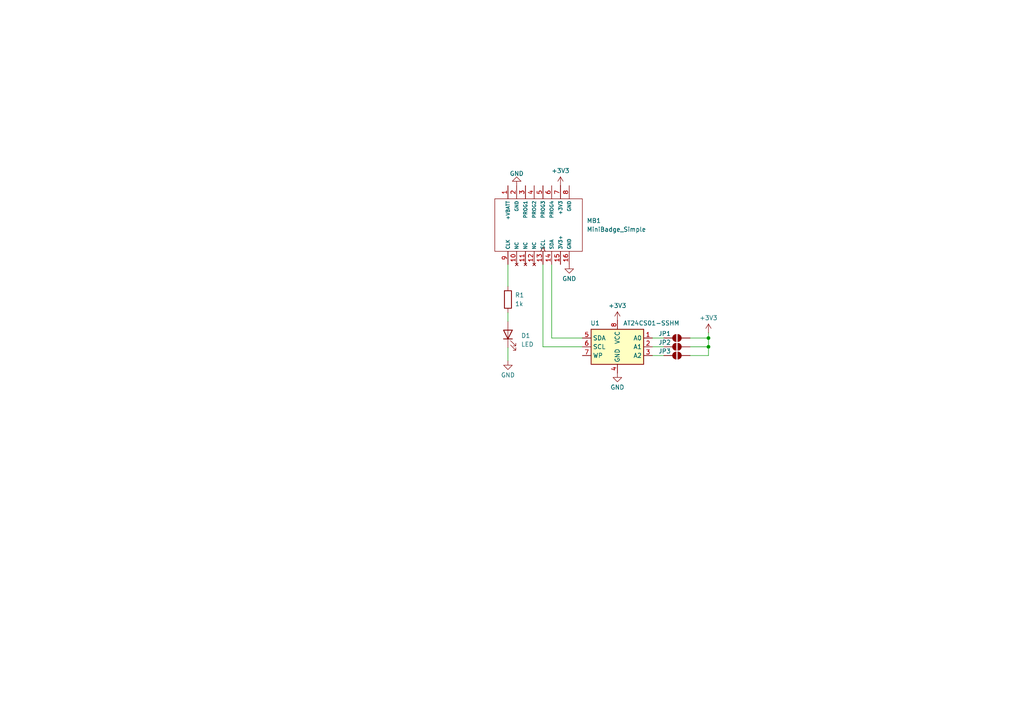
<source format=kicad_sch>
(kicad_sch (version 20250114) (generator "eeschema") (generator_version "9.0")
  (paper "A4")
  (lib_symbols
    (symbol "Device:LED" (pin_numbers (hide yes)) (pin_names (offset 1.016) (hide yes))
      (property "Reference" "D" (at 0 2.54 0))
      (property "Value" "LED" (at 0 -2.54 0))
      (symbol "LED_0_1"
        (polyline (pts (xy -3.048 -0.762) (xy -4.572 -2.286) (xy -3.81 -2.286) (xy -4.572 -2.286) (xy -4.572 -1.524)))
        (polyline (pts (xy -1.778 -0.762) (xy -3.302 -2.286) (xy -2.54 -2.286) (xy -3.302 -2.286) (xy -3.302 -1.524)))
        (polyline (pts (xy -1.27 0) (xy 1.27 0)))
        (polyline (pts (xy -1.27 -1.27) (xy -1.27 1.27)) (stroke (width 0.254)))
        (polyline (pts (xy 1.27 -1.27) (xy 1.27 1.27) (xy -1.27 0) (xy 1.27 -1.27)) (stroke (width 0.254)))
      )
      (symbol "LED_1_1"
        (pin passive line (at -3.81 0 0) (length 2.54) (name "K") (number "1"))
        (pin passive line (at 3.81 0 180) (length 2.54) (name "A") (number "2"))
      )
    )
    (symbol "Device:R" (pin_numbers (hide yes)) (pin_names (offset 0))
      (property "Reference" "R" (at 2.032 0 90))
      (property "Value" "R" (at 0 0 90))
      (symbol "R_0_1"
        (rectangle (start -1.016 -2.54) (end 1.016 2.54) (stroke (width 0.254)))
      )
      (symbol "R_1_1"
        (pin passive line (at 0 3.81 270) (length 1.27) (name "~") (number "1"))
        (pin passive line (at 0 -3.81 90) (length 1.27) (name "~") (number "2"))
      )
    )
    (symbol "Jumper:SolderJumper_2_Open" (pin_numbers (hide yes)) (pin_names (offset 0) (hide yes)) (in_bom no)
      (property "Reference" "JP" (at 0 2.032 0))
      (property "Value" "SolderJumper_2_Open" (at 0 -2.54 0))
      (symbol "SolderJumper_2_Open_0_1"
        (polyline (pts (xy -0.254 1.016) (xy -0.254 -1.016)))
        (arc (start -0.254 -1.016) (mid -1.2656 0) (end -0.254 1.016))
        (arc (start -0.254 -1.016) (mid -1.2656 0) (end -0.254 1.016) (fill (type outline)))
        (arc (start 0.254 1.016) (mid 1.2656 0) (end 0.254 -1.016))
        (arc (start 0.254 1.016) (mid 1.2656 0) (end 0.254 -1.016) (fill (type outline)))
        (polyline (pts (xy 0.254 1.016) (xy 0.254 -1.016)))
      )
      (symbol "SolderJumper_2_Open_1_1"
        (pin passive line (at -3.81 0 0) (length 2.54) (name "A") (number "1"))
        (pin passive line (at 3.81 0 180) (length 2.54) (name "B") (number "2"))
      )
    )
    (symbol "Memory_EEPROM:AT24CS01-SSHM"
      (property "Reference" "U" (at -7.62 6.35 0))
      (property "Value" "AT24CS01-SSHM" (at 2.54 -6.35 0))
      (symbol "AT24CS01-SSHM_1_1"
        (rectangle (start -7.62 5.08) (end 7.62 -5.08) (stroke (width 0.254)) (fill (type background)))
        (pin input line (at -10.16 2.54 0) (length 2.54) (name "A0") (number "1"))
        (pin input line (at -10.16 0 0) (length 2.54) (name "A1") (number "2"))
        (pin input line (at -10.16 -2.54 0) (length 2.54) (name "A2") (number "3"))
        (pin power_in line (at 0 7.62 270) (length 2.54) (name "VCC") (number "8"))
        (pin power_in line (at 0 -7.62 90) (length 2.54) (name "GND") (number "4"))
        (pin bidirectional line (at 10.16 2.54 180) (length 2.54) (name "SDA") (number "5"))
        (pin input line (at 10.16 0 180) (length 2.54) (name "SCL") (number "6"))
        (pin input line (at 10.16 -2.54 180) (length 2.54) (name "WP") (number "7"))
      )
    )
    (symbol "MiniBadge:MiniBadge_Full"
      (property "Reference" "MB" (at 8.89 0 0))
      (property "Value" "MiniBadge_Full" (at -10.16 0 0))
      (symbol "MiniBadge_Full_0_1"
        (rectangle (start -12.7 7.62) (end 12.7 -7.62))
      )
      (symbol "MiniBadge_Full_1_1"
        (pin power_out line (at -8.89 11.43 270) (length 3.81) (name "+VBATT") (number "1"))
        (pin output line (at -8.89 -11.43 90) (length 3.81) (name "CLK") (number "9"))
        (pin power_out line (at -6.35 11.43 270) (length 3.81) (name "GND") (number "2"))
        (pin no_connect line (at -6.35 -11.43 90) (length 3.81) (name "NC") (number "10"))
        (pin bidirectional line (at -3.81 11.43 270) (length 3.81) (name "PROG1") (number "3"))
        (pin no_connect line (at -3.81 -11.43 90) (length 3.81) (name "NC") (number "11"))
        (pin bidirectional line (at -1.27 11.43 270) (length 3.81) (name "PROG2") (number "4"))
        (pin no_connect line (at -1.27 -11.43 90) (length 3.81) (name "NC") (number "12"))
        (pin bidirectional line (at 1.27 11.43 270) (length 3.81) (name "PROG3") (number "5"))
        (pin bidirectional clock (at 1.27 -11.43 90) (length 3.81) (name "SCL") (number "13"))
        (pin bidirectional line (at 3.81 11.43 270) (length 3.81) (name "PROG4") (number "6"))
        (pin output line (at 3.81 -11.43 90) (length 3.81) (name "SDA") (number "14"))
        (pin power_out line (at 6.35 11.43 270) (length 3.81) (name "+3V3") (number "7"))
        (pin power_out line (at 6.35 -11.43 90) (length 3.81) (name "3V3+") (number "15"))
        (pin power_out line (at 8.89 11.43 270) (length 3.81) (name "GND") (number "8"))
        (pin power_out line (at 8.89 -11.43 90) (length 3.81) (name "GND") (number "16"))
      )
    )
    (symbol "power:+3V3" (power) (pin_numbers (hide yes)) (pin_names (offset 0) (hide yes))
      (property "Value" "+3V3" (at 0 3.556 0))
      (symbol "+3V3_0_1"
        (polyline (pts (xy -0.762 1.27) (xy 0 2.54)))
        (polyline (pts (xy 0 2.54) (xy 0.762 1.27)))
        (polyline (pts (xy 0 0) (xy 0 2.54)))
      )
      (symbol "+3V3_1_1"
        (pin power_in line (at 0 0 90) (length 0) (name "~") (number "1"))
      )
    )
    (symbol "power:GND" (power) (pin_names (offset 0))
      (property "Value" "GND" (at 0 -3.81 0))
      (symbol "GND_0_1"
        (polyline (pts (xy 0 0) (xy 0 -1.27) (xy 1.27 -1.27) (xy 0 -2.54) (xy -1.27 -1.27) (xy 0 -1.27)))
      )
      (symbol "GND_1_1"
        (pin power_in line (at 0 0 270) (length 0) (hide yes) (name "GND") (number "1"))
      )
    )
  )
  (junction (at 205.486 100.584))
  (junction (at 205.486 98.044))
  (wire (pts (xy 189.23 100.584) (xy 192.532 100.584)))
  (wire (pts (xy 160.02 76.708) (xy 160.02 98.044)))
  (wire (pts (xy 200.152 103.124) (xy 205.486 103.124)))
  (wire (pts (xy 147.32 76.708) (xy 147.32 83.058)))
  (wire (pts (xy 147.32 100.838) (xy 147.32 104.648)))
  (wire (pts (xy 200.152 100.584) (xy 205.486 100.584)))
  (wire (pts (xy 205.486 103.124) (xy 205.486 100.584)))
  (wire (pts (xy 168.91 100.584) (xy 157.48 100.584)))
  (wire (pts (xy 205.486 98.044) (xy 205.486 96.52)))
  (wire (pts (xy 189.23 103.124) (xy 192.532 103.124)))
  (wire (pts (xy 189.23 98.044) (xy 192.532 98.044)))
  (wire (pts (xy 157.48 100.584) (xy 157.48 76.708)))
  (wire (pts (xy 205.486 100.584) (xy 205.486 98.044)))
  (wire (pts (xy 160.02 98.044) (xy 168.91 98.044)))
  (wire (pts (xy 147.32 90.678) (xy 147.32 93.218)))
  (wire (pts (xy 200.152 98.044) (xy 205.486 98.044)))
  (symbol (lib_id "power:+3V3") (at 162.56 53.848 0) (unit 1)
    (property "Reference" "#PWR06" (effects (hide yes)))
    (property "Value" "+3V3" (at 162.56 49.53 0))
    (property "Description" "Power symbol creates a global label with name \"+3V3\"" (effects (hide yes)))
  )
  (symbol (lib_id "Device:R") (at 147.32 86.868 180) (unit 1)
    (property "Reference" "R1" (at 149.352 85.5979 0) (effects (justify right)))
    (property "Value" "1k" (at 149.352 88.1379 0) (effects (justify right)))
    (property "Footprint" "Resistor_SMD:R_0603_1608Metric" (effects (hide yes)))
  )
  (symbol (lib_id "power:GND") (at 147.32 104.648 0) (unit 1)
    (property "Reference" "#PWR03" (effects (hide yes)))
    (property "Value" "GND" (at 147.32 108.7835 0))
  )
  (symbol (lib_id "power:GND") (at 149.86 53.848 180) (unit 1)
    (property "Reference" "#PWR05" (effects (hide yes)))
    (property "Value" "GND" (at 149.86 50.3461 0))
  )
  (symbol (lib_id "Jumper:SolderJumper_2_Open") (at 196.342 103.124 0) (mirror y) (unit 1) (in_bom no)
    (property "Reference" "JP3" (at 192.786 101.854 0))
    (property "Value" "SolderJumper_2_Open" (effects (hide yes)))
    (property "Footprint" "Jumper:SolderJumper-2_P1.3mm_Open_RoundedPad1.0x1.5mm" (effects (hide yes)))
    (property "Description" "Solder Jumper, 2-pole, open" (effects (hide yes)))
  )
  (symbol (lib_id "Device:LED") (at 147.32 97.028 90) (unit 1)
    (property "Reference" "D1" (at 151.13 97.3454 90) (effects (justify right)))
    (property "Value" "LED" (at 151.13 99.8854 90) (effects (justify right)))
    (property "Footprint" "LED_SMD:LED_0805_2012Metric" (effects (hide yes)))
  )
  (symbol (lib_id "MiniBadge:MiniBadge_Full") (at 156.21 65.278 0) (unit 1)
    (property "Reference" "MB1" (at 170.18 64.0079 0) (effects (justify left)))
    (property "Value" "MiniBadge_Simple" (at 170.18 66.5479 0) (effects (justify left)))
    (property "Footprint" "lib_fp:MiniBadge_Full" (effects (hide yes)))
  )
  (symbol (lib_id "Memory_EEPROM:AT24CS01-SSHM") (at 179.07 100.584 0) (mirror y) (unit 1)
    (property "Reference" "U1" (at 173.99 93.726 0) (effects (justify left)))
    (property "Value" "AT24CS01-SSHM" (at 197.104 93.726 0) (effects (justify left)))
    (property "Footprint" "Package_SO:SOIC-8_3.9x4.9mm_P1.27mm" (effects (hide yes)))
    (property "Datasheet" "http://ww1.microchip.com/downloads/en/DeviceDoc/Atmel-8815-SEEPROM-AT24CS01-02-Datasheet.pdf" (effects (hide yes)))
    (property "Description" "I2C Serial EEPROM, 1Kb (128x8) with Unique Serial Number, SO8" (effects (hide yes)))
  )
  (symbol (lib_id "power:+3V3") (at 179.07 92.964 0) (unit 1)
    (property "Reference" "#PWR07" (effects (hide yes)))
    (property "Value" "+3V3" (at 179.07 88.646 0))
    (property "Description" "Power symbol creates a global label with name \"+3V3\"" (effects (hide yes)))
  )
  (symbol (lib_id "power:GND") (at 165.1 76.708 0) (unit 1)
    (property "Reference" "#PWR01" (effects (hide yes)))
    (property "Value" "GND" (at 165.1 80.8435 0))
  )
  (symbol (lib_id "power:+3V3") (at 205.486 96.52 0) (unit 1)
    (property "Reference" "#PWR08" (effects (hide yes)))
    (property "Value" "+3V3" (at 205.486 92.202 0))
    (property "Description" "Power symbol creates a global label with name \"+3V3\"" (effects (hide yes)))
  )
  (symbol (lib_id "Jumper:SolderJumper_2_Open") (at 196.342 98.044 0) (mirror y) (unit 1) (in_bom no)
    (property "Reference" "JP1" (at 192.786 96.774 0))
    (property "Value" "SolderJumper_2_Open" (effects (hide yes)))
    (property "Footprint" "Jumper:SolderJumper-2_P1.3mm_Open_RoundedPad1.0x1.5mm" (effects (hide yes)))
    (property "Description" "Solder Jumper, 2-pole, open" (effects (hide yes)))
  )
  (symbol (lib_id "power:GND") (at 179.07 108.204 0) (unit 1)
    (property "Reference" "#PWR02" (effects (hide yes)))
    (property "Value" "GND" (at 179.07 112.3395 0))
  )
  (symbol (lib_id "Jumper:SolderJumper_2_Open") (at 196.342 100.584 0) (mirror y) (unit 1) (in_bom no)
    (property "Reference" "JP2" (at 192.786 99.314 0))
    (property "Value" "SolderJumper_2_Open" (effects (hide yes)))
    (property "Footprint" "Jumper:SolderJumper-2_P1.3mm_Open_RoundedPad1.0x1.5mm" (effects (hide yes)))
    (property "Description" "Solder Jumper, 2-pole, open" (effects (hide yes)))
  )
)
</source>
